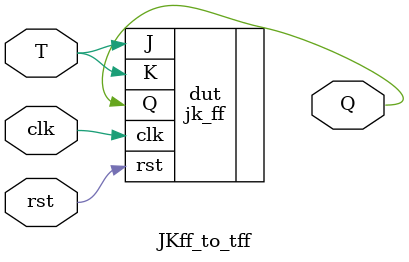
<source format=v>


module JKff_to_tff(input T,clk,rst,output reg Q);


jk_ff dut(.clk(clk),.rst(rst),.J(T),.K(T),.Q(Q));

endmodule
</source>
